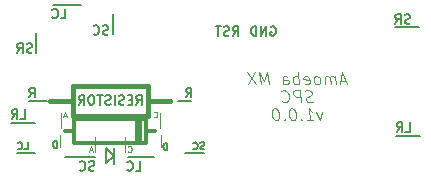
<source format=gbo>
G04 (created by PCBNEW (2013-may-18)-stable) date Sun 23 Aug 2015 09:56:08 PM EDT*
%MOIN*%
G04 Gerber Fmt 3.4, Leading zero omitted, Abs format*
%FSLAX34Y34*%
G01*
G70*
G90*
G04 APERTURE LIST*
%ADD10C,0.00590551*%
%ADD11C,0.00787402*%
%ADD12C,0.00492126*%
%ADD13C,0.00393701*%
%ADD14C,0.015*%
%ADD15C,0.012*%
G04 APERTURE END LIST*
G54D10*
G54D11*
X98085Y-42290D02*
X98085Y-41615D01*
X108275Y-42025D02*
X107475Y-42025D01*
X103339Y-42027D02*
X103369Y-42012D01*
X103414Y-42012D01*
X103459Y-42027D01*
X103489Y-42057D01*
X103504Y-42087D01*
X103519Y-42147D01*
X103519Y-42192D01*
X103504Y-42252D01*
X103489Y-42282D01*
X103459Y-42312D01*
X103414Y-42327D01*
X103384Y-42327D01*
X103339Y-42312D01*
X103324Y-42297D01*
X103324Y-42192D01*
X103384Y-42192D01*
X103189Y-42327D02*
X103189Y-42012D01*
X103010Y-42327D01*
X103010Y-42012D01*
X102860Y-42327D02*
X102860Y-42012D01*
X102785Y-42012D01*
X102740Y-42027D01*
X102710Y-42057D01*
X102695Y-42087D01*
X102680Y-42147D01*
X102680Y-42192D01*
X102695Y-42252D01*
X102710Y-42282D01*
X102740Y-42312D01*
X102785Y-42327D01*
X102860Y-42327D01*
X102072Y-42327D02*
X102177Y-42177D01*
X102252Y-42327D02*
X102252Y-42012D01*
X102132Y-42012D01*
X102102Y-42027D01*
X102087Y-42042D01*
X102072Y-42072D01*
X102072Y-42117D01*
X102087Y-42147D01*
X102102Y-42162D01*
X102132Y-42177D01*
X102252Y-42177D01*
X101952Y-42312D02*
X101907Y-42327D01*
X101832Y-42327D01*
X101802Y-42312D01*
X101787Y-42297D01*
X101772Y-42267D01*
X101772Y-42237D01*
X101787Y-42207D01*
X101802Y-42192D01*
X101832Y-42177D01*
X101892Y-42162D01*
X101922Y-42147D01*
X101937Y-42132D01*
X101952Y-42102D01*
X101952Y-42072D01*
X101937Y-42042D01*
X101922Y-42027D01*
X101892Y-42012D01*
X101817Y-42012D01*
X101772Y-42027D01*
X101682Y-42012D02*
X101502Y-42012D01*
X101592Y-42327D02*
X101592Y-42012D01*
G54D12*
X105847Y-43831D02*
X105660Y-43831D01*
X105899Y-43944D02*
X105718Y-43550D01*
X105636Y-43944D01*
X105505Y-43944D02*
X105472Y-43681D01*
X105477Y-43719D02*
X105456Y-43700D01*
X105416Y-43681D01*
X105360Y-43681D01*
X105324Y-43700D01*
X105310Y-43738D01*
X105336Y-43944D01*
X105310Y-43738D02*
X105287Y-43700D01*
X105247Y-43681D01*
X105191Y-43681D01*
X105156Y-43700D01*
X105142Y-43738D01*
X105167Y-43944D01*
X104924Y-43944D02*
X104959Y-43925D01*
X104975Y-43906D01*
X104989Y-43869D01*
X104975Y-43756D01*
X104952Y-43719D01*
X104931Y-43700D01*
X104891Y-43681D01*
X104835Y-43681D01*
X104800Y-43700D01*
X104783Y-43719D01*
X104769Y-43756D01*
X104783Y-43869D01*
X104807Y-43906D01*
X104828Y-43925D01*
X104867Y-43944D01*
X104924Y-43944D01*
X104471Y-43925D02*
X104511Y-43944D01*
X104586Y-43944D01*
X104621Y-43925D01*
X104635Y-43888D01*
X104617Y-43738D01*
X104593Y-43700D01*
X104553Y-43681D01*
X104478Y-43681D01*
X104443Y-43700D01*
X104429Y-43738D01*
X104434Y-43775D01*
X104626Y-43813D01*
X104286Y-43944D02*
X104237Y-43550D01*
X104256Y-43700D02*
X104216Y-43681D01*
X104141Y-43681D01*
X104106Y-43700D01*
X104089Y-43719D01*
X104075Y-43756D01*
X104089Y-43869D01*
X104113Y-43906D01*
X104134Y-43925D01*
X104174Y-43944D01*
X104249Y-43944D01*
X104284Y-43925D01*
X103761Y-43944D02*
X103736Y-43738D01*
X103750Y-43700D01*
X103785Y-43681D01*
X103860Y-43681D01*
X103900Y-43700D01*
X103759Y-43925D02*
X103799Y-43944D01*
X103893Y-43944D01*
X103928Y-43925D01*
X103942Y-43888D01*
X103937Y-43850D01*
X103914Y-43813D01*
X103874Y-43794D01*
X103780Y-43794D01*
X103740Y-43775D01*
X103274Y-43944D02*
X103225Y-43550D01*
X103129Y-43831D01*
X102962Y-43550D01*
X103011Y-43944D01*
X102812Y-43550D02*
X102599Y-43944D01*
X102550Y-43550D02*
X102861Y-43944D01*
X104743Y-44526D02*
X104689Y-44544D01*
X104596Y-44544D01*
X104556Y-44526D01*
X104535Y-44507D01*
X104511Y-44469D01*
X104507Y-44432D01*
X104521Y-44394D01*
X104537Y-44376D01*
X104572Y-44357D01*
X104645Y-44338D01*
X104680Y-44319D01*
X104696Y-44301D01*
X104710Y-44263D01*
X104706Y-44226D01*
X104682Y-44188D01*
X104661Y-44169D01*
X104621Y-44151D01*
X104528Y-44151D01*
X104474Y-44169D01*
X104352Y-44544D02*
X104303Y-44151D01*
X104153Y-44151D01*
X104118Y-44169D01*
X104101Y-44188D01*
X104087Y-44226D01*
X104094Y-44282D01*
X104118Y-44319D01*
X104139Y-44338D01*
X104178Y-44357D01*
X104328Y-44357D01*
X103729Y-44507D02*
X103750Y-44526D01*
X103808Y-44544D01*
X103846Y-44544D01*
X103900Y-44526D01*
X103932Y-44488D01*
X103946Y-44451D01*
X103956Y-44376D01*
X103949Y-44319D01*
X103921Y-44244D01*
X103897Y-44207D01*
X103855Y-44169D01*
X103797Y-44151D01*
X103759Y-44151D01*
X103705Y-44169D01*
X103689Y-44188D01*
X105050Y-44882D02*
X104989Y-45145D01*
X104863Y-44882D01*
X104539Y-45145D02*
X104764Y-45145D01*
X104652Y-45145D02*
X104603Y-44751D01*
X104647Y-44807D01*
X104689Y-44845D01*
X104729Y-44863D01*
X104366Y-45107D02*
X104350Y-45126D01*
X104371Y-45145D01*
X104387Y-45126D01*
X104366Y-45107D01*
X104371Y-45145D01*
X104059Y-44751D02*
X104021Y-44751D01*
X103986Y-44770D01*
X103970Y-44788D01*
X103956Y-44826D01*
X103946Y-44901D01*
X103958Y-44995D01*
X103986Y-45070D01*
X104010Y-45107D01*
X104031Y-45126D01*
X104071Y-45145D01*
X104108Y-45145D01*
X104143Y-45126D01*
X104160Y-45107D01*
X104174Y-45070D01*
X104183Y-44995D01*
X104171Y-44901D01*
X104143Y-44826D01*
X104120Y-44788D01*
X104099Y-44770D01*
X104059Y-44751D01*
X103804Y-45107D02*
X103787Y-45126D01*
X103808Y-45145D01*
X103825Y-45126D01*
X103804Y-45107D01*
X103808Y-45145D01*
X103497Y-44751D02*
X103459Y-44751D01*
X103424Y-44770D01*
X103407Y-44788D01*
X103393Y-44826D01*
X103384Y-44901D01*
X103396Y-44995D01*
X103424Y-45070D01*
X103447Y-45107D01*
X103468Y-45126D01*
X103508Y-45145D01*
X103546Y-45145D01*
X103581Y-45126D01*
X103597Y-45107D01*
X103611Y-45070D01*
X103621Y-44995D01*
X103609Y-44901D01*
X103581Y-44826D01*
X103557Y-44788D01*
X103536Y-44770D01*
X103497Y-44751D01*
G54D13*
X98500Y-45700D02*
X98500Y-46200D01*
X97500Y-45700D02*
X97500Y-46200D01*
G54D12*
X96546Y-44998D02*
X96453Y-44998D01*
X96565Y-45054D02*
X96499Y-44857D01*
X96434Y-45054D01*
G54D13*
X96350Y-44900D02*
X96350Y-45400D01*
X99650Y-44900D02*
X99650Y-45400D01*
G54D11*
X96075Y-41300D02*
X97025Y-41300D01*
X95525Y-42900D02*
X95525Y-42225D01*
G54D10*
X99893Y-46145D02*
X99893Y-45909D01*
X99837Y-45909D01*
X99803Y-45920D01*
X99781Y-45943D01*
X99770Y-45965D01*
X99758Y-46010D01*
X99758Y-46044D01*
X99770Y-46089D01*
X99781Y-46111D01*
X99803Y-46134D01*
X99837Y-46145D01*
X99893Y-46145D01*
G54D13*
X99675Y-46050D02*
X99675Y-45650D01*
X96325Y-46025D02*
X96325Y-45625D01*
G54D10*
X96218Y-46070D02*
X96218Y-45834D01*
X96162Y-45834D01*
X96128Y-45845D01*
X96106Y-45868D01*
X96095Y-45890D01*
X96083Y-45935D01*
X96083Y-45969D01*
X96095Y-46014D01*
X96106Y-46036D01*
X96128Y-46059D01*
X96162Y-46070D01*
X96218Y-46070D01*
G54D11*
X95275Y-44500D02*
X95900Y-44500D01*
X95295Y-44377D02*
X95400Y-44227D01*
X95475Y-44377D02*
X95475Y-44062D01*
X95355Y-44062D01*
X95325Y-44077D01*
X95310Y-44092D01*
X95295Y-44122D01*
X95295Y-44167D01*
X95310Y-44197D01*
X95325Y-44212D01*
X95355Y-44227D01*
X95475Y-44227D01*
X100700Y-44500D02*
X100250Y-44500D01*
X100520Y-44377D02*
X100625Y-44227D01*
X100700Y-44377D02*
X100700Y-44062D01*
X100580Y-44062D01*
X100550Y-44077D01*
X100535Y-44092D01*
X100520Y-44122D01*
X100520Y-44167D01*
X100535Y-44197D01*
X100550Y-44212D01*
X100580Y-44227D01*
X100700Y-44227D01*
G54D12*
X97396Y-46148D02*
X97303Y-46148D01*
X97415Y-46204D02*
X97349Y-46007D01*
X97284Y-46204D01*
X98589Y-46185D02*
X98598Y-46195D01*
X98626Y-46204D01*
X98645Y-46204D01*
X98673Y-46195D01*
X98692Y-46176D01*
X98701Y-46157D01*
X98710Y-46120D01*
X98710Y-46092D01*
X98701Y-46054D01*
X98692Y-46035D01*
X98673Y-46017D01*
X98645Y-46007D01*
X98626Y-46007D01*
X98598Y-46017D01*
X98589Y-46026D01*
X99439Y-45035D02*
X99448Y-45045D01*
X99476Y-45054D01*
X99495Y-45054D01*
X99523Y-45045D01*
X99542Y-45026D01*
X99551Y-45007D01*
X99560Y-44970D01*
X99560Y-44942D01*
X99551Y-44904D01*
X99542Y-44885D01*
X99523Y-44867D01*
X99495Y-44857D01*
X99476Y-44857D01*
X99448Y-44867D01*
X99439Y-44876D01*
G54D11*
X97475Y-46375D02*
X96500Y-46375D01*
X98125Y-46075D02*
X98125Y-46600D01*
X101125Y-46250D02*
X100500Y-46250D01*
X94900Y-46250D02*
X95500Y-46250D01*
X94700Y-45250D02*
X95500Y-45250D01*
X108325Y-45675D02*
X107525Y-45675D01*
X98575Y-46375D02*
X99450Y-46375D01*
X97862Y-46587D02*
X97862Y-46462D01*
X98112Y-46337D02*
X97862Y-46587D01*
X97862Y-46087D02*
X98112Y-46337D01*
X97862Y-46487D02*
X97862Y-46087D01*
X95390Y-42887D02*
X95345Y-42902D01*
X95270Y-42902D01*
X95240Y-42887D01*
X95225Y-42872D01*
X95210Y-42842D01*
X95210Y-42812D01*
X95225Y-42782D01*
X95240Y-42767D01*
X95270Y-42752D01*
X95330Y-42737D01*
X95360Y-42722D01*
X95375Y-42707D01*
X95390Y-42677D01*
X95390Y-42647D01*
X95375Y-42617D01*
X95360Y-42602D01*
X95330Y-42587D01*
X95255Y-42587D01*
X95210Y-42602D01*
X94895Y-42902D02*
X95000Y-42752D01*
X95075Y-42902D02*
X95075Y-42587D01*
X94955Y-42587D01*
X94925Y-42602D01*
X94910Y-42617D01*
X94895Y-42647D01*
X94895Y-42692D01*
X94910Y-42722D01*
X94925Y-42737D01*
X94955Y-42752D01*
X95075Y-42752D01*
G54D10*
X97930Y-42282D02*
X97885Y-42297D01*
X97810Y-42297D01*
X97780Y-42282D01*
X97765Y-42267D01*
X97750Y-42237D01*
X97750Y-42207D01*
X97765Y-42177D01*
X97780Y-42162D01*
X97810Y-42147D01*
X97870Y-42132D01*
X97900Y-42117D01*
X97915Y-42102D01*
X97930Y-42072D01*
X97930Y-42042D01*
X97915Y-42012D01*
X97900Y-41997D01*
X97870Y-41982D01*
X97795Y-41982D01*
X97750Y-41997D01*
X97435Y-42267D02*
X97450Y-42282D01*
X97495Y-42297D01*
X97525Y-42297D01*
X97570Y-42282D01*
X97600Y-42252D01*
X97615Y-42222D01*
X97630Y-42162D01*
X97630Y-42117D01*
X97615Y-42057D01*
X97600Y-42027D01*
X97570Y-41997D01*
X97525Y-41982D01*
X97495Y-41982D01*
X97450Y-41997D01*
X97435Y-42012D01*
X101130Y-46109D02*
X101096Y-46120D01*
X101040Y-46120D01*
X101017Y-46109D01*
X101006Y-46098D01*
X100995Y-46075D01*
X100995Y-46053D01*
X101006Y-46030D01*
X101017Y-46019D01*
X101040Y-46008D01*
X101085Y-45996D01*
X101107Y-45985D01*
X101118Y-45974D01*
X101130Y-45951D01*
X101130Y-45929D01*
X101118Y-45906D01*
X101107Y-45895D01*
X101085Y-45884D01*
X101028Y-45884D01*
X100995Y-45895D01*
X100758Y-46098D02*
X100770Y-46109D01*
X100803Y-46120D01*
X100826Y-46120D01*
X100860Y-46109D01*
X100882Y-46086D01*
X100893Y-46064D01*
X100905Y-46019D01*
X100905Y-45985D01*
X100893Y-45940D01*
X100882Y-45918D01*
X100860Y-45895D01*
X100826Y-45884D01*
X100803Y-45884D01*
X100770Y-45895D01*
X100758Y-45906D01*
G54D11*
X98850Y-46827D02*
X99000Y-46827D01*
X99000Y-46512D01*
X98565Y-46797D02*
X98580Y-46812D01*
X98625Y-46827D01*
X98655Y-46827D01*
X98700Y-46812D01*
X98730Y-46782D01*
X98745Y-46752D01*
X98760Y-46692D01*
X98760Y-46647D01*
X98745Y-46587D01*
X98730Y-46557D01*
X98700Y-46527D01*
X98655Y-46512D01*
X98625Y-46512D01*
X98580Y-46527D01*
X98565Y-46542D01*
G54D10*
X95131Y-46120D02*
X95243Y-46120D01*
X95243Y-45884D01*
X94917Y-46098D02*
X94928Y-46109D01*
X94962Y-46120D01*
X94985Y-46120D01*
X95018Y-46109D01*
X95041Y-46086D01*
X95052Y-46064D01*
X95063Y-46019D01*
X95063Y-45985D01*
X95052Y-45940D01*
X95041Y-45918D01*
X95018Y-45895D01*
X94985Y-45884D01*
X94962Y-45884D01*
X94928Y-45895D01*
X94917Y-45906D01*
G54D11*
X107825Y-45527D02*
X107975Y-45527D01*
X107975Y-45212D01*
X107540Y-45527D02*
X107645Y-45377D01*
X107720Y-45527D02*
X107720Y-45212D01*
X107600Y-45212D01*
X107570Y-45227D01*
X107555Y-45242D01*
X107540Y-45272D01*
X107540Y-45317D01*
X107555Y-45347D01*
X107570Y-45362D01*
X107600Y-45377D01*
X107720Y-45377D01*
G54D10*
X107990Y-41912D02*
X107945Y-41927D01*
X107870Y-41927D01*
X107840Y-41912D01*
X107825Y-41897D01*
X107810Y-41867D01*
X107810Y-41837D01*
X107825Y-41807D01*
X107840Y-41792D01*
X107870Y-41777D01*
X107930Y-41762D01*
X107960Y-41747D01*
X107975Y-41732D01*
X107990Y-41702D01*
X107990Y-41672D01*
X107975Y-41642D01*
X107960Y-41627D01*
X107930Y-41612D01*
X107855Y-41612D01*
X107810Y-41627D01*
X107495Y-41927D02*
X107600Y-41777D01*
X107675Y-41927D02*
X107675Y-41612D01*
X107555Y-41612D01*
X107525Y-41627D01*
X107510Y-41642D01*
X107495Y-41672D01*
X107495Y-41717D01*
X107510Y-41747D01*
X107525Y-41762D01*
X107555Y-41777D01*
X107675Y-41777D01*
G54D11*
X97465Y-46812D02*
X97420Y-46827D01*
X97345Y-46827D01*
X97315Y-46812D01*
X97300Y-46797D01*
X97285Y-46767D01*
X97285Y-46737D01*
X97300Y-46707D01*
X97315Y-46692D01*
X97345Y-46677D01*
X97405Y-46662D01*
X97435Y-46647D01*
X97450Y-46632D01*
X97465Y-46602D01*
X97465Y-46572D01*
X97450Y-46542D01*
X97435Y-46527D01*
X97405Y-46512D01*
X97330Y-46512D01*
X97285Y-46527D01*
X96970Y-46797D02*
X96985Y-46812D01*
X97030Y-46827D01*
X97060Y-46827D01*
X97105Y-46812D01*
X97135Y-46782D01*
X97150Y-46752D01*
X97165Y-46692D01*
X97165Y-46647D01*
X97150Y-46587D01*
X97135Y-46557D01*
X97105Y-46527D01*
X97060Y-46512D01*
X97030Y-46512D01*
X96985Y-46527D01*
X96970Y-46542D01*
X96350Y-41752D02*
X96500Y-41752D01*
X96500Y-41437D01*
X96065Y-41722D02*
X96080Y-41737D01*
X96125Y-41752D01*
X96155Y-41752D01*
X96200Y-41737D01*
X96230Y-41707D01*
X96245Y-41677D01*
X96260Y-41617D01*
X96260Y-41572D01*
X96245Y-41512D01*
X96230Y-41482D01*
X96200Y-41452D01*
X96155Y-41437D01*
X96125Y-41437D01*
X96080Y-41452D01*
X96065Y-41467D01*
X95000Y-45102D02*
X95150Y-45102D01*
X95150Y-44787D01*
X94715Y-45102D02*
X94820Y-44952D01*
X94895Y-45102D02*
X94895Y-44787D01*
X94775Y-44787D01*
X94745Y-44802D01*
X94730Y-44817D01*
X94715Y-44847D01*
X94715Y-44892D01*
X94730Y-44922D01*
X94745Y-44937D01*
X94775Y-44952D01*
X94895Y-44952D01*
G54D14*
X96750Y-45000D02*
X99250Y-45000D01*
X99250Y-45000D02*
X99250Y-44000D01*
X99250Y-44000D02*
X96750Y-44000D01*
X96750Y-44000D02*
X96750Y-45000D01*
X100000Y-44500D02*
X99250Y-44500D01*
X96000Y-44500D02*
X96750Y-44500D01*
G54D15*
X99500Y-45500D02*
X99200Y-45500D01*
X99200Y-45500D02*
X99200Y-45900D01*
X99200Y-45900D02*
X96800Y-45900D01*
X96800Y-45900D02*
X96800Y-45500D01*
X96800Y-45500D02*
X96500Y-45500D01*
X96800Y-45500D02*
X96800Y-45100D01*
X96800Y-45100D02*
X99200Y-45100D01*
X99200Y-45100D02*
X99200Y-45500D01*
X99000Y-45900D02*
X99000Y-45100D01*
X98900Y-45100D02*
X98900Y-45900D01*
G54D11*
X98862Y-44627D02*
X98967Y-44477D01*
X99042Y-44627D02*
X99042Y-44312D01*
X98922Y-44312D01*
X98892Y-44327D01*
X98877Y-44342D01*
X98862Y-44372D01*
X98862Y-44417D01*
X98877Y-44447D01*
X98892Y-44462D01*
X98922Y-44477D01*
X99042Y-44477D01*
X98727Y-44462D02*
X98622Y-44462D01*
X98577Y-44627D02*
X98727Y-44627D01*
X98727Y-44312D01*
X98577Y-44312D01*
X98457Y-44612D02*
X98412Y-44627D01*
X98337Y-44627D01*
X98307Y-44612D01*
X98292Y-44597D01*
X98277Y-44567D01*
X98277Y-44537D01*
X98292Y-44507D01*
X98307Y-44492D01*
X98337Y-44477D01*
X98397Y-44462D01*
X98427Y-44447D01*
X98442Y-44432D01*
X98457Y-44402D01*
X98457Y-44372D01*
X98442Y-44342D01*
X98427Y-44327D01*
X98397Y-44312D01*
X98322Y-44312D01*
X98277Y-44327D01*
X98142Y-44627D02*
X98142Y-44312D01*
X98007Y-44612D02*
X97962Y-44627D01*
X97887Y-44627D01*
X97857Y-44612D01*
X97842Y-44597D01*
X97827Y-44567D01*
X97827Y-44537D01*
X97842Y-44507D01*
X97857Y-44492D01*
X97887Y-44477D01*
X97947Y-44462D01*
X97977Y-44447D01*
X97992Y-44432D01*
X98007Y-44402D01*
X98007Y-44372D01*
X97992Y-44342D01*
X97977Y-44327D01*
X97947Y-44312D01*
X97872Y-44312D01*
X97827Y-44327D01*
X97737Y-44312D02*
X97557Y-44312D01*
X97647Y-44627D02*
X97647Y-44312D01*
X97392Y-44312D02*
X97332Y-44312D01*
X97302Y-44327D01*
X97272Y-44357D01*
X97257Y-44417D01*
X97257Y-44522D01*
X97272Y-44582D01*
X97302Y-44612D01*
X97332Y-44627D01*
X97392Y-44627D01*
X97422Y-44612D01*
X97452Y-44582D01*
X97467Y-44522D01*
X97467Y-44417D01*
X97452Y-44357D01*
X97422Y-44327D01*
X97392Y-44312D01*
X96942Y-44627D02*
X97047Y-44477D01*
X97122Y-44627D02*
X97122Y-44312D01*
X97002Y-44312D01*
X96972Y-44327D01*
X96957Y-44342D01*
X96942Y-44372D01*
X96942Y-44417D01*
X96957Y-44447D01*
X96972Y-44462D01*
X97002Y-44477D01*
X97122Y-44477D01*
M02*

</source>
